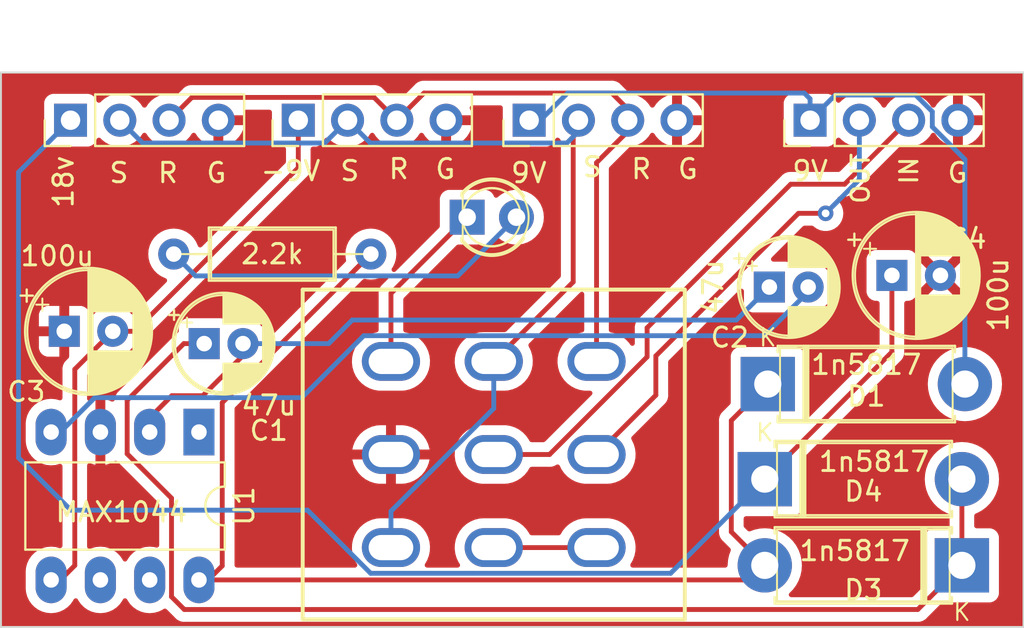
<source format=kicad_pcb>
(kicad_pcb (version 20221018) (generator pcbnew)
  (layers (0 "F.Cu" signal) (31 "B.Cu" signal) (34 "B.Paste" user) (35 "F.Paste" user) (36 "B.SilkS" user "B.Silkscreen") (37 "F.SilkS" user "F.Silkscreen") (38 "B.Mask" user) (39 "F.Mask" user) (44 "Edge.Cuts" user))
  (net 0 "")
  (net 1 "Net-(D3-K)")
  (net 2 "GND")
  (net 3 "-9V")
  (net 4 "18V")
  (net 5 "+9V")
  (net 6 "IN")
  (net 7 "OUT")
  (net 8 "SEND")
  (net 9 "RECV")
  (net 10 "Net-(U1-CAP+)")
  (net 11 "Net-(U1-CAP-)")
  (net 12 "Net-(D1-K)")
  (net 13 "Net-(D2-K)")
  (net 14 "Net-(D2-A)")
  (net 15 "Net-(S1B-S)")
  (footprint "Connector_PinHeader_2.54mm:PinHeader_1x04_P2.54mm_Vertical" (layer "F.Cu") (at 141.4 70.4 90)
    (fp_text reference "J3" hide)
    (fp_text value "from-top-jacks")
    (pad "1" thru_hole rect (at 0 0 90) (size 1.7 1.7) (drill 1) (layers "*.Cu" "*.Mask") (net 5 "+9V"))
    (pad "2" thru_hole oval (at 0 2.54 90) (size 1.7 1.7) (drill 1) (layers "*.Cu" "*.Mask") (net 7 "OUT"))
    (pad "3" thru_hole oval (at 0 5.08 90) (size 1.7 1.7) (drill 1) (layers "*.Cu" "*.Mask") (net 6 "IN"))
    (pad "4" thru_hole oval (at 0 7.62 90) (size 1.7 1.7) (drill 1) (layers "*.Cu" "*.Mask") (net 2 "GND"))
  )
  (footprint "Capacitor_THT:CP_Radial_D6.3mm_P2.50mm" (layer "F.Cu") (at 145.617621 78.4)
    (fp_text reference "C4" (at 3.891 -1.89) (layer "F.SilkS"))
    (fp_text value "100u" (at 5.482379 1 90) (layer "F.SilkS"))
    (pad "1" thru_hole rect (at 0 0) (size 1.6 1.6) (drill 0.8) (layers "*.Cu" "*.Mask") (net 4 "18V"))
    (pad "2" thru_hole circle (at 2.5 0) (size 1.6 1.6) (drill 0.8) (layers "*.Cu" "*.Mask") (net 2 "GND"))
  )
  (footprint "Package_DIP:DIP-8_W7.62mm_LongPads" (layer "F.Cu") (at 109.9 86.475 -90)
    (fp_text reference "U1" (at 3.81 -2.33 90) (layer "F.SilkS"))
    (fp_text value "MAX1044" (at 4.125 4 -180) (layer "F.SilkS"))
    (pad "1" thru_hole rect (at 0 0 270) (size 2.4 1.6) (drill 0.8) (layers "*.Cu" "*.Mask"))
    (pad "2" thru_hole oval (at 0 2.54 270) (size 2.4 1.6) (drill 0.8) (layers "*.Cu" "*.Mask") (net 10 "Net-(U1-CAP+)"))
    (pad "3" thru_hole oval (at 0 5.08 270) (size 2.4 1.6) (drill 0.8) (layers "*.Cu" "*.Mask") (net 2 "GND"))
    (pad "4" thru_hole oval (at 0 7.62 270) (size 2.4 1.6) (drill 0.8) (layers "*.Cu" "*.Mask") (net 11 "Net-(U1-CAP-)"))
    (pad "5" thru_hole oval (at 7.62 7.62 270) (size 2.4 1.6) (drill 0.8) (layers "*.Cu" "*.Mask") (net 3 "-9V"))
    (pad "6" thru_hole oval (at 7.62 5.08 270) (size 2.4 1.6) (drill 0.8) (layers "*.Cu" "*.Mask"))
    (pad "7" thru_hole oval (at 7.62 2.54 270) (size 2.4 1.6) (drill 0.8) (layers "*.Cu" "*.Mask"))
    (pad "8" thru_hole oval (at 7.62 0 270) (size 2.4 1.6) (drill 0.8) (layers "*.Cu" "*.Mask") (net 12 "Net-(D1-K)"))
  )
  (footprint "Connector_PinHeader_2.54mm:PinHeader_1x04_P2.54mm_Vertical" (layer "F.Cu") (at 126.92 70.4 90)
    (fp_text reference "J4" hide)
    (fp_text value "to-effect")
    (pad "1" thru_hole rect (at 0 0 90) (size 1.7 1.7) (drill 1) (layers "*.Cu" "*.Mask") (net 5 "+9V"))
    (pad "2" thru_hole oval (at 0 2.54 90) (size 1.7 1.7) (drill 1) (layers "*.Cu" "*.Mask") (net 8 "SEND"))
    (pad "3" thru_hole oval (at 0 5.08 90) (size 1.7 1.7) (drill 1) (layers "*.Cu" "*.Mask") (net 9 "RECV"))
    (pad "4" thru_hole oval (at 0 7.62 90) (size 1.7 1.7) (drill 1) (layers "*.Cu" "*.Mask") (net 2 "GND"))
  )
  (footprint "Diode_THT:D_5W_P10.16mm_Horizontal" (layer "F.Cu") (at 149.225 93.345 180)
    (fp_text reference "D3" (at 5.08 -1.27) (layer "F.SilkS"))
    (fp_text value "1n5817" (at 5.525 0.745) (layer "F.SilkS"))
    (fp_text user "K" (at 0 -2.4) (layer "F.SilkS") (effects (font (size 0.9 0.9) (thickness 0.1))))
    (fp_text user "K" (at 0 -2.4) (layer "F.SilkS") (effects (font (size 0.9 0.9) (thickness 0.1))))
    (pad "1" thru_hole rect (at 0 0 180) (size 2.8 2.8) (drill 1.4) (layers "*.Cu" "*.Mask") (net 1 "Net-(D3-K)"))
    (pad "2" thru_hole oval (at 10.16 0 180) (size 2.8 2.8) (drill 1.4) (layers "*.Cu" "*.Mask") (net 12 "Net-(D1-K)"))
  )
  (footprint "Capacitor_THT:CP_Radial_D5.0mm_P2.00mm" (layer "F.Cu") (at 110.169888 81.915)
    (fp_text reference "C1" (at 3.330112 4.485) (layer "F.SilkS"))
    (fp_text value "47u" (at 3.330112 3.185) (layer "F.SilkS"))
    (pad "1" thru_hole rect (at 0 0) (size 1.6 1.6) (drill 0.8) (layers "*.Cu" "*.Mask") (net 1 "Net-(D3-K)"))
    (pad "2" thru_hole circle (at 2 0) (size 1.6 1.6) (drill 0.8) (layers "*.Cu" "*.Mask") (net 10 "Net-(U1-CAP+)"))
  )
  (footprint "Capacitor_THT:CP_Radial_D6.3mm_P2.50mm" (layer "F.Cu") (at 102.957621 81.28)
    (fp_text reference "C3" (at -1.957621 3.12) (layer "F.SilkS"))
    (fp_text value "100u" (at -0.357621 -3.88) (layer "F.SilkS"))
    (pad "1" thru_hole rect (at 0 0) (size 1.6 1.6) (drill 0.8) (layers "*.Cu" "*.Mask") (net 2 "GND"))
    (pad "2" thru_hole circle (at 2.5 0) (size 1.6 1.6) (drill 0.8) (layers "*.Cu" "*.Mask") (net 3 "-9V"))
  )
  (footprint "LED_THT:LED_D3.0mm" (layer "F.Cu") (at 123.725 75.4)
    (fp_text reference "D2" hide)
    (fp_text value "LED" hide)
    (pad "1" thru_hole rect (at 0 0) (size 1.8 1.8) (drill 0.9) (layers "*.Cu" "*.Mask") (net 13 "Net-(D2-K)"))
    (pad "2" thru_hole circle (at 2.54 0) (size 1.8 1.8) (drill 0.9) (layers "*.Cu" "*.Mask") (net 14 "Net-(D2-A)"))
  )
  (footprint "Diode_THT:D_5W_P10.16mm_Horizontal" (layer "F.Cu") (at 139.065 88.9)
    (fp_text reference "D4" (at 5.08 0.635) (layer "F.SilkS"))
    (fp_text value "1n5817" (at 5.635 -0.9) (layer "F.SilkS"))
    (fp_text user "K" (at 0 -2.4) (layer "F.SilkS") (effects (font (size 0.9 0.9) (thickness 0.1))))
    (fp_text user "K" (at 0 -2.4) (layer "F.SilkS") (effects (font (size 0.9 0.9) (thickness 0.1))))
    (pad "1" thru_hole rect (at 0 0) (size 2.8 2.8) (drill 1.4) (layers "*.Cu" "*.Mask") (net 4 "18V"))
    (pad "2" thru_hole oval (at 10.16 0) (size 2.8 2.8) (drill 1.4) (layers "*.Cu" "*.Mask") (net 1 "Net-(D3-K)"))
  )
  (footprint "Capacitor_THT:CP_Radial_D5.0mm_P2.00mm" (layer "F.Cu") (at 139.3 79)
    (fp_text reference "C2" (at -2.044888 2.6) (layer "F.SilkS"))
    (fp_text value "47u" (at -2.9 0 90) (layer "F.SilkS"))
    (pad "1" thru_hole rect (at 0 0) (size 1.6 1.6) (drill 0.8) (layers "*.Cu" "*.Mask") (net 10 "Net-(U1-CAP+)"))
    (pad "2" thru_hole circle (at 2 0) (size 1.6 1.6) (drill 0.8) (layers "*.Cu" "*.Mask") (net 11 "Net-(U1-CAP-)"))
  )
  (footprint "Diode_THT:D_5W_P10.16mm_Horizontal" (layer "F.Cu") (at 139.22 84)
    (fp_text reference "D1" (at 5.08 0.635) (layer "F.SilkS"))
    (fp_text value "1n5817" (at 5.08 -1) (layer "F.SilkS"))
    (fp_text user "K" (at 0 -2.4) (layer "F.SilkS") (effects (font (size 0.9 0.9) (thickness 0.1))))
    (fp_text user "K" (at 0 -2.4) (layer "F.SilkS") (effects (font (size 0.9 0.9) (thickness 0.1))))
    (pad "1" thru_hole rect (at 0 0) (size 2.8 2.8) (drill 1.4) (layers "*.Cu" "*.Mask") (net 12 "Net-(D1-K)"))
    (pad "2" thru_hole oval (at 10.16 0) (size 2.8 2.8) (drill 1.4) (layers "*.Cu" "*.Mask") (net 5 "+9V"))
  )
  (footprint "Resistor_THT:R_Axial_DIN0207_L6.3mm_D2.5mm_P10.16mm_Horizontal" (layer "F.Cu") (at 118.76 77.3 180)
    (fp_text reference "R1" hide)
    (fp_text value "2.2k" (at 5.08 0) (layer "F.SilkS"))
    (pad "1" thru_hole circle (at 0 0 180) (size 1.6 1.6) (drill 0.8) (layers "*.Cu" "*.Mask") (net 12 "Net-(D1-K)"))
    (pad "2" thru_hole oval (at 10.16 0 180) (size 1.6 1.6) (drill 0.8) (layers "*.Cu" "*.Mask") (net 14 "Net-(D2-A)"))
  )
  (footprint "Switches:STOMP_SWITCH_3PDT" (layer "F.Cu") (at 125.095 87.63)
    (fp_text reference "S1" hide)
    (fp_text value "SWITCH-3PDT-PTH-STOMP" hide)
    (pad "P$1" thru_hole oval (at -5.29844 -4.79806) (size 3 2) (drill oval 2.3 1.3) (layers "*.Cu" "*.Mask") (net 13 "Net-(D2-K)"))
    (pad "P$2" thru_hole oval (at -5.29844 0) (size 3 2) (drill oval 2.3 1.3) (layers "*.Cu" "*.Mask") (net 2 "GND"))
    (pad "P$3" thru_hole oval (at -5.29844 4.79806) (size 3 2) (drill oval 2.3 1.3) (layers "*.Cu" "*.Mask") (net 8 "SEND"))
    (pad "P$4" thru_hole oval (at 0 -4.79806) (size 3 2) (drill oval 2.3 1.3) (layers "*.Cu" "*.Mask") (net 8 "SEND"))
    (pad "P$5" thru_hole oval (at 0 0) (size 3 2) (drill oval 2.3 1.3) (layers "*.Cu" "*.Mask") (net 6 "IN"))
    (pad "P$6" thru_hole oval (at 0 4.79806) (size 3 2) (drill oval 2.3 1.3) (layers "*.Cu" "*.Mask") (net 15 "Net-(S1B-S)"))
    (pad "P$7" thru_hole oval (at 5.29844 -4.79806) (size 3 2) (drill oval 2.3 1.3) (layers "*.Cu" "*.Mask") (net 9 "RECV"))
    (pad "P$8" thru_hole oval (at 5.29844 0) (size 3 2) (drill oval 2.3 1.3) (layers "*.Cu" "*.Mask") (net 7 "OUT"))
    (pad "P$9" thru_hole oval (at 5.29844 4.79806) (size 3 2) (drill oval 2.3 1.3) (layers "*.Cu" "*.Mask") (net 15 "Net-(S1B-S)"))
  )
  (footprint "Connector_PinHeader_2.54mm:PinHeader_1x04_P2.54mm_Vertical" (layer "F.Cu") (at 115.02 70.4 90)
    (fp_text reference "J1" hide)
    (fp_text value "to-effect")
    (pad "1" thru_hole rect (at 0 0 90) (size 1.7 1.7) (drill 1) (layers "*.Cu" "*.Mask") (net 3 "-9V"))
    (pad "2" thru_hole oval (at 0 2.54 90) (size 1.7 1.7) (drill 1) (layers "*.Cu" "*.Mask") (net 8 "SEND"))
    (pad "3" thru_hole oval (at 0 5.08 90) (size 1.7 1.7) (drill 1) (layers "*.Cu" "*.Mask") (net 9 "RECV"))
    (pad "4" thru_hole oval (at 0 7.62 90) (size 1.7 1.7) (drill 1) (layers "*.Cu" "*.Mask") (net 2 "GND"))
  )
  (footprint "Connector_PinHeader_2.54mm:PinHeader_1x04_P2.54mm_Vertical" (layer "F.Cu") (at 103.28 70.4 90)
    (fp_text reference "J2" hide)
    (fp_text value "to-effect")
    (pad "1" thru_hole rect (at 0 0 90) (size 1.7 1.7) (drill 1) (layers "*.Cu" "*.Mask") (net 4 "18V"))
    (pad "2" thru_hole oval (at 0 2.54 90) (size 1.7 1.7) (drill 1) (layers "*.Cu" "*.Mask") (net 8 "SEND"))
    (pad "3" thru_hole oval (at 0 5.08 90) (size 1.7 1.7) (drill 1) (layers "*.Cu" "*.Mask") (net 9 "RECV"))
    (pad "4" thru_hole oval (at 0 7.62 90) (size 1.7 1.7) (drill 1) (layers "*.Cu" "*.Mask") (net 2 "GND"))
  )
  (gr_line (start 152.4 67.945) (end 152.4 96.52) (stroke (width 0.1)) (layer "Edge.Cuts"))
  (gr_line (start 99.695 96.52) (end 99.695 67.945) (stroke (width 0.1)) (layer "Edge.Cuts"))
  (gr_line (start 152.4 96.52) (end 99.695 96.52) (stroke (width 0.1)) (layer "Edge.Cuts"))
  (gr_line (start 99.695 67.945) (end 152.4 67.945) (stroke (width 0.1)) (layer "Edge.Cuts"))
  (gr_text "9V\n" (at 125.9 73.7) (layer "F.SilkS") (effects (font (size 1 1)) (justify left bottom)))
  (gr_text "S" (at 117.1 73.6) (layer "F.SilkS") (effects (font (size 1 1)) (justify left bottom)))
  (gr_text "9V\n" (at 140.4 73.6) (layer "F.SilkS") (effects (font (size 1 1)) (justify left bottom)))
  (gr_text "S" (at 105.2 73.7) (layer "F.SilkS") (effects (font (size 1 1)) (justify left bottom)))
  (gr_text "G" (at 122 73.5) (layer "F.SilkS") (effects (font (size 1 1)) (justify left bottom)))
  (gr_text "R" (at 132.1 73.5) (layer "F.SilkS") (effects (font (size 1 1)) (justify left bottom)))
  (gr_text "S" (at 129.6 73.4) (layer "F.SilkS") (effects (font (size 1 1)) (justify left bottom)))
  (gr_text "R" (at 107.7 73.7) (layer "F.SilkS") (effects (font (size 1 1)) (justify left bottom)))
  (gr_text "18v" (at 103.5 75 90) (layer "F.SilkS") (effects (font (size 1 1)) (justify left bottom)))
  (gr_text "IN\n" (at 146.5 73 90) (layer "F.SilkS") (effects (font (size 0.9 0.9))))
  (gr_text "G" (at 148.4 73.7) (layer "F.SilkS") (effects (font (size 1 1)) (justify left bottom)))
  (gr_text "G" (at 110.2 73.7) (layer "F.SilkS") (effects (font (size 1 1)) (justify left bottom)))
  (gr_text "-9V\n" (at 113 73.6) (layer "F.SilkS") (effects (font (size 1 1)) (justify left bottom)))
  (gr_text "R" (at 119.6 73.5) (layer "F.SilkS") (effects (font (size 1 1)) (justify left bottom)))
  (gr_text "OUT\n" (at 144 73.4 90) (layer "F.SilkS") (effects (font (size 0.9 0.9))))
  (gr_text "G" (at 134.5 73.5) (layer "F.SilkS") (effects (font (size 1 1)) (justify left bottom)))
  (segment (start 149.225 93.345) (end 146.95 95.62) (width 0.25) (layer "F.Cu") (net 1))
  (segment (start 109.14401 95.62) (end 108.485 94.96099) (width 0.25) (layer "F.Cu") (net 1))
  (segment (start 106.2 87.59599) (end 106.2 84.834888) (width 0.25) (layer "F.Cu") (net 1))
  (segment (start 108.485 94.96099) (end 108.485 89.88099) (width 0.25) (layer "F.Cu") (net 1))
  (segment (start 106.2 84.834888) (end 109.119888 81.915) (width 0.25) (layer "F.Cu") (net 1))
  (segment (start 108.485 89.88099) (end 106.2 87.59599) (width 0.25) (layer "F.Cu") (net 1))
  (segment (start 109.119888 81.915) (end 110.169888 81.915) (width 0.25) (layer "F.Cu") (net 1))
  (segment (start 149.225 93.345) (end 149.225 88.9) (width 0.25) (layer "F.Cu") (net 1))
  (segment (start 146.95 95.62) (end 109.14401 95.62) (width 0.25) (layer "F.Cu") (net 1))
  (segment (start 102.225 94.625) (end 103.5 93.35) (width 0.25) (layer "F.Cu") (net 3))
  (segment (start 103.5 83.237621) (end 105.457621 81.28) (width 0.25) (layer "F.Cu") (net 3))
  (segment (start 115.02 72.848991) (end 115.02 70.4) (width 0.25) (layer "F.Cu") (net 3))
  (segment (start 106.588991 81.28) (end 115.02 72.848991) (width 0.25) (layer "F.Cu") (net 3))
  (segment (start 103.5 93.35) (end 103.5 83.237621) (width 0.25) (layer "F.Cu") (net 3))
  (segment (start 105.457621 81.28) (end 106.588991 81.28) (width 0.25) (layer "F.Cu") (net 3))
  (segment (start 139.065 88.9) (end 145.617621 82.347379) (width 0.25) (layer "F.Cu") (net 4))
  (segment (start 145.617621 82.347379) (end 145.617621 78.5) (width 0.25) (layer "F.Cu") (net 4))
  (segment (start 100.6 73.08) (end 103.28 70.4) (width 0.25) (layer "B.Cu") (net 4))
  (segment (start 118.747727 93.75306) (end 115.494667 90.5) (width 0.25) (layer "B.Cu") (net 4))
  (segment (start 139.065 88.9) (end 134.21194 93.75306) (width 0.25) (layer "B.Cu") (net 4))
  (segment (start 134.21194 93.75306) (end 118.747727 93.75306) (width 0.25) (layer "B.Cu") (net 4))
  (segment (start 103.3 90.5) (end 100.6 87.8) (width 0.25) (layer "B.Cu") (net 4))
  (segment (start 115.494667 90.5) (end 103.3 90.5) (width 0.25) (layer "B.Cu") (net 4))
  (segment (start 100.6 87.8) (end 100.6 73.08) (width 0.25) (layer "B.Cu") (net 4))
  (segment (start 149.38 84) (end 149.38 72.421701) (width 0.25) (layer "B.Cu") (net 5))
  (segment (start 128.9 69) (end 127.5 70.4) (width 0.25) (layer "B.Cu") (net 5))
  (segment (start 147.7 70.741701) (end 147.7 69.958299) (width 0.25) (layer "B.Cu") (net 5))
  (segment (start 146.841701 69.1) (end 142.7 69.1) (width 0.25) (layer "B.Cu") (net 5))
  (segment (start 141.4 70.4) (end 141.4 69.3) (width 0.25) (layer "B.Cu") (net 5))
  (segment (start 141.4 69.3) (end 141.1 69) (width 0.25) (layer "B.Cu") (net 5))
  (segment (start 147.7 69.958299) (end 146.841701 69.1) (width 0.25) (layer "B.Cu") (net 5))
  (segment (start 142.7 69.1) (end 141.4 70.4) (width 0.25) (layer "B.Cu") (net 5))
  (segment (start 149.38 72.421701) (end 147.7 70.741701) (width 0.25) (layer "B.Cu") (net 5))
  (segment (start 141.1 69) (end 128.9 69) (width 0.25) (layer "B.Cu") (net 5))
  (segment (start 140.4 73.7) (end 143.18 73.7) (width 0.25) (layer "F.Cu") (net 6))
  (segment (start 143.18 73.7) (end 146.48 70.4) (width 0.25) (layer "F.Cu") (net 6))
  (segment (start 127.97 87.63) (end 133 82.6) (width 0.25) (layer "F.Cu") (net 6))
  (segment (start 133 82.6) (end 133 81.1) (width 0.25) (layer "F.Cu") (net 6))
  (segment (start 133 81.1) (end 140.4 73.7) (width 0.25) (layer "F.Cu") (net 6))
  (segment (start 125.095 87.63) (end 127.97 87.63) (width 0.25) (layer "F.Cu") (net 6))
  (segment (start 142.2 75.2) (end 140.8 75.2) (width 0.25) (layer "F.Cu") (net 7))
  (segment (start 140.8 75.2) (end 133.45 82.55) (width 0.25) (layer "F.Cu") (net 7))
  (segment (start 133.45 84.57344) (end 130.39344 87.63) (width 0.25) (layer "F.Cu") (net 7))
  (segment (start 133.45 82.55) (end 133.45 84.57344) (width 0.25) (layer "F.Cu") (net 7))
  (via (at 142.2 75.2) (size 0.8) (drill 0.4) (layers "F.Cu" "B.Cu") (net 7))
  (segment (start 142.2 75.2) (end 143.94 73.46) (width 0.25) (layer "B.Cu") (net 7))
  (segment (start 143.94 73.46) (end 143.94 70.4) (width 0.25) (layer "B.Cu") (net 7))
  (segment (start 125.095 82.83194) (end 129.19 78.73694) (width 0.25) (layer "F.Cu") (net 8))
  (segment (start 129.19 71.25) (end 130.04 70.4) (width 0.25) (layer "F.Cu") (net 8))
  (segment (start 129.19 78.73694) (end 129.19 71.25) (width 0.25) (layer "F.Cu") (net 8))
  (segment (start 119.79656 92.42806) (end 119.79656 90.554607) (width 0.25) (layer "B.Cu") (net 8))
  (segment (start 116.385 71.575) (end 106.995 71.575) (width 0.25) (layer "B.Cu") (net 8))
  (segment (start 118.735 71.575) (end 117.56 70.4) (width 0.25) (layer "B.Cu") (net 8))
  (segment (start 117.56 70.4) (end 116.385 71.575) (width 0.25) (layer "B.Cu") (net 8))
  (segment (start 128.865 71.575) (end 118.735 71.575) (width 0.25) (layer "B.Cu") (net 8))
  (segment (start 125.095 85.256167) (end 125.095 82.83194) (width 0.25) (layer "B.Cu") (net 8))
  (segment (start 119.79656 90.554607) (end 125.095 85.256167) (width 0.25) (layer "B.Cu") (net 8))
  (segment (start 130.04 70.4) (end 128.865 71.575) (width 0.25) (layer "B.Cu") (net 8))
  (segment (start 106.995 71.575) (end 105.82 70.4) (width 0.25) (layer "B.Cu") (net 8))
  (segment (start 118.925 69.225) (end 109.535 69.225) (width 0.25) (layer "F.Cu") (net 9))
  (segment (start 130.39344 82.83194) (end 130.39344 72.58656) (width 0.25) (layer "F.Cu") (net 9))
  (segment (start 120.1 70.4) (end 118.925 69.225) (width 0.25) (layer "F.Cu") (net 9))
  (segment (start 109.535 69.225) (end 108.36 70.4) (width 0.25) (layer "F.Cu") (net 9))
  (segment (start 121.5 69) (end 120.1 70.4) (width 0.25) (layer "F.Cu") (net 9))
  (segment (start 131.18 69) (end 121.5 69) (width 0.25) (layer "F.Cu") (net 9))
  (segment (start 130.39344 72.58656) (end 132.58 70.4) (width 0.25) (layer "F.Cu") (net 9))
  (segment (start 132.58 70.4) (end 131.18 69) (width 0.25) (layer "F.Cu") (net 9))
  (segment (start 110.1 84.6) (end 112.232444 82.467556) (width 0.25) (layer "F.Cu") (net 10))
  (segment (start 107.367556 86.532444) (end 107.367556 85.732444) (width 0.25) (layer "F.Cu") (net 10))
  (segment (start 107.367556 85.732444) (end 108.5 84.6) (width 0.25) (layer "F.Cu") (net 10))
  (segment (start 108.5 84.6) (end 110.1 84.6) (width 0.25) (layer "F.Cu") (net 10))
  (segment (start 112.232444 82.467556) (end 112.232444 81.667556) (width 0.25) (layer "F.Cu") (net 10))
  (segment (start 112.169888 82.140112) (end 112.169888 81.915) (width 0.25) (layer "F.Cu") (net 10))
  (segment (start 116.585 81.915) (end 117.8 80.7) (width 0.25) (layer "B.Cu") (net 10))
  (segment (start 137.6 80.7) (end 139.3 79) (width 0.25) (layer "B.Cu") (net 10))
  (segment (start 117.8 80.7) (end 137.6 80.7) (width 0.25) (layer "B.Cu") (net 10))
  (segment (start 112.169888 81.915) (end 116.585 81.915) (width 0.25) (layer "B.Cu") (net 10))
  (segment (start 141.3 79) (end 141.3 79.25) (width 0.25) (layer "B.Cu") (net 11))
  (segment (start 104.53 84.7) (end 102.225 87.005) (width 0.25) (layer "B.Cu") (net 11))
  (segment (start 139.04306 81.50694) (end 118.39306 81.50694) (width 0.25) (layer "B.Cu") (net 11))
  (segment (start 115.2 84.7) (end 104.53 84.7) (width 0.25) (layer "B.Cu") (net 11))
  (segment (start 141.3 79.25) (end 139.04306 81.50694) (width 0.25) (layer "B.Cu") (net 11))
  (segment (start 118.39306 81.50694) (end 115.2 84.7) (width 0.25) (layer "B.Cu") (net 11))
  (segment (start 137.34 91.62) (end 137.34 85.88) (width 0.25) (layer "F.Cu") (net 12))
  (segment (start 111.1 93.37) (end 111.1 84.96) (width 0.25) (layer "F.Cu") (net 12))
  (segment (start 117.9 78.16) (end 118.76 77.3) (width 0.25) (layer "F.Cu") (net 12))
  (segment (start 138.315 94.095) (end 109.9 94.095) (width 0.25) (layer "F.Cu") (net 12))
  (segment (start 139.065 93.345) (end 137.34 91.62) (width 0.25) (layer "F.Cu") (net 12))
  (segment (start 109.845 94.625) (end 111.1 93.37) (width 0.25) (layer "F.Cu") (net 12))
  (segment (start 137.34 85.88) (end 139.22 84) (width 0.25) (layer "F.Cu") (net 12))
  (segment (start 139.22 84) (end 139.06306 84.15694) (width 0.25) (layer "F.Cu") (net 12))
  (segment (start 111.1 84.96) (end 118.76 77.3) (width 0.25) (layer "F.Cu") (net 12))
  (segment (start 139.065 93.345) (end 138.315 94.095) (width 0.25) (layer "F.Cu") (net 12))
  (segment (start 119.79656 82.83194) (end 119.79656 79.32844) (width 0.25) (layer "F.Cu") (net 13))
  (segment (start 119.79656 79.32844) (end 123.725 75.4) (width 0.25) (layer "F.Cu") (net 13))
  (segment (start 109.725 78.425) (end 123.24 78.425) (width 0.25) (layer "B.Cu") (net 14))
  (segment (start 108.6 77.3) (end 109.725 78.425) (width 0.25) (layer "B.Cu") (net 14))
  (segment (start 123.24 78.425) (end 126.265 75.4) (width 0.25) (layer "B.Cu") (net 14))
  (segment (start 125.095 92.42806) (end 130.39344 92.42806) (width 0.25) (layer "F.Cu") (net 15))
  (zone (net 2) (net_name "GND") (layer "F.Cu") (connect_pads (clearance 0.508)) (min_thickness 0.254) (fill yes (thermal_gap 0.508) (thermal_bridge_width 0.508))
    (polygon (pts (xy 152.4 96.52) (xy 99.695 96.52) (xy 99.695 67.945) (xy 152.4 67.945)))
  )
)
</source>
